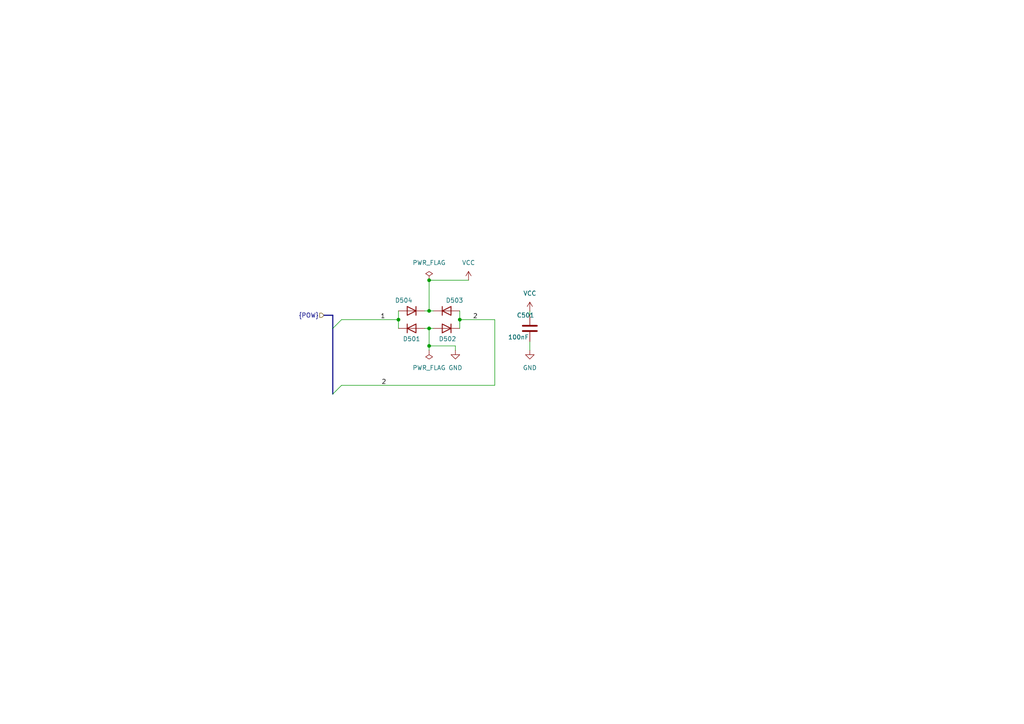
<source format=kicad_sch>
(kicad_sch (version 20231120) (generator "eeschema") (generator_version "8.0")
  (paper "A4")
  (lib_symbols
    (symbol "Device:C" (pin_numbers hide) (pin_names (offset 0.254))
      (property "Reference" "C" (at 0.635 2.54 0))
      (property "Value" "C" (at 0.635 -2.54 0))
      (symbol "C_0_1"
        (polyline (pts (xy -2.032 -0.762) (xy 2.032 -0.762)) (stroke (width 0.508)))
        (polyline (pts (xy -2.032 0.762) (xy 2.032 0.762)) (stroke (width 0.508)))
      )
      (symbol "C_1_1"
        (pin passive line (at 0 3.81 270) (length 2.794) (name "~") (number "1"))
        (pin passive line (at 0 -3.81 90) (length 2.794) (name "~") (number "2"))
      )
    )
    (symbol "custom_kicad_lib_sk:SS54" (pin_numbers hide) (pin_names (offset 1.016) hide)
      (property "Reference" "D" (at 0 2.54 0))
      (property "Value" "D" (at 0 -1.27 0))
      (symbol "SS54_0_1"
        (polyline (pts (xy -1.27 2.54) (xy -1.27 0)) (stroke (width 0.254)))
        (polyline (pts (xy 1.27 1.27) (xy -1.27 1.27)))
        (polyline (pts (xy 1.27 2.54) (xy 1.27 0) (xy -1.27 1.27) (xy 1.27 2.54)) (stroke (width 0.254)))
      )
      (symbol "SS54_1_1"
        (pin passive line (at -3.81 1.27 0) (length 2.54) (name "K") (number "1"))
        (pin passive line (at 3.81 1.27 180) (length 2.54) (name "A") (number "2"))
      )
    )
    (symbol "power:GND" (power) (pin_numbers hide) (pin_names (offset 0) hide)
      (property "Value" "GND" (at 0 -3.81 0))
      (symbol "GND_0_1"
        (polyline (pts (xy 0 0) (xy 0 -1.27) (xy 1.27 -1.27) (xy 0 -2.54) (xy -1.27 -1.27) (xy 0 -1.27)))
      )
      (symbol "GND_1_1"
        (pin power_in line (at 0 0 270) (length 0) (name "~") (number "1"))
      )
    )
    (symbol "power:PWR_FLAG" (power) (pin_numbers hide) (pin_names (offset 0) hide)
      (property "Value" "PWR_FLAG" (at 0 3.81 0))
      (symbol "PWR_FLAG_0_0"
        (pin power_out line (at 0 0 90) (length 0) (name "pwr") (number "1"))
      )
      (symbol "PWR_FLAG_0_1"
        (polyline (pts (xy 0 0) (xy 0 1.27) (xy -1.016 1.905) (xy 0 2.54) (xy 1.016 1.905) (xy 0 1.27)))
      )
    )
    (symbol "power:VCC" (power) (pin_numbers hide) (pin_names (offset 0) hide)
      (property "Value" "VCC" (at 0 3.556 0))
      (symbol "VCC_0_1"
        (polyline (pts (xy -0.762 1.27) (xy 0 2.54)))
        (polyline (pts (xy 0 0) (xy 0 2.54)))
        (polyline (pts (xy 0 2.54) (xy 0.762 1.27)))
      )
      (symbol "VCC_1_1"
        (pin power_in line (at 0 0 90) (length 0) (name "~") (number "1"))
      )
    )
  )
  (bus_alias "Coil" (members "A" "B"))
  (junction (at 124.46 100.33))
  (junction (at 124.46 81.28))
  (junction (at 133.35 92.71))
  (junction (at 115.57 92.71))
  (junction (at 124.46 95.25))
  (junction (at 124.46 90.17))
  (bus_entry (at 96.52 114.3) (size 2.54 -2.54))
  (bus_entry (at 96.52 95.25) (size 2.54 -2.54))
  (wire (pts (xy 123.19 90.17) (xy 124.46 90.17)))
  (wire (pts (xy 133.35 92.71) (xy 143.51 92.71)))
  (wire (pts (xy 124.46 81.28) (xy 135.89 81.28)))
  (wire (pts (xy 124.46 100.33) (xy 132.08 100.33)))
  (wire (pts (xy 133.35 90.17) (xy 133.35 92.71)))
  (wire (pts (xy 153.67 90.17) (xy 153.67 91.44)))
  (wire (pts (xy 124.46 101.6) (xy 124.46 100.33)))
  (wire (pts (xy 99.06 92.71) (xy 115.57 92.71)))
  (bus (pts (xy 96.52 95.25) (xy 96.52 114.3)))
  (wire (pts (xy 124.46 81.28) (xy 124.46 90.17)))
  (wire (pts (xy 124.46 90.17) (xy 125.73 90.17)))
  (wire (pts (xy 115.57 92.71) (xy 115.57 95.25)))
  (wire (pts (xy 143.51 111.76) (xy 143.51 92.71)))
  (wire (pts (xy 124.46 95.25) (xy 125.73 95.25)))
  (bus (pts (xy 93.98 91.44) (xy 96.52 91.44)))
  (bus (pts (xy 96.52 95.25) (xy 96.52 91.44)))
  (wire (pts (xy 124.46 95.25) (xy 124.46 100.33)))
  (wire (pts (xy 132.08 100.33) (xy 132.08 101.6)))
  (wire (pts (xy 123.19 95.25) (xy 124.46 95.25)))
  (wire (pts (xy 153.67 99.06) (xy 153.67 101.6)))
  (wire (pts (xy 133.35 92.71) (xy 133.35 95.25)))
  (wire (pts (xy 115.57 90.17) (xy 115.57 92.71)))
  (wire (pts (xy 99.06 111.76) (xy 143.51 111.76)))
  (label "2" (at 110.6497 111.76 0))
  (label "1" (at 111.76 92.71 180))
  (label "2" (at 137.16 92.71 0))
  (hierarchical_label "{POW}" (shape input) (at 93.98 91.44 180))
  (symbol (lib_id "power:VCC") (at 153.67 90.17 0) (unit 1)
    (property "Reference" "#PWR031" (effects (hide yes)))
    (property "Value" "VCC" (at 153.67 85.09 0))
    (property "Description" "Power symbol creates a global label with name \"VCC\"" (effects (hide yes)))
  )
  (symbol (lib_id "custom_kicad_lib_sk:SS54") (at 129.54 93.98 180) (unit 1)
    (property "Reference" "D502" (at 129.794 98.298 0))
    (property "Value" "D" (effects (hide yes)))
    (property "Footprint" "Diode_SMD:D_SMA" (effects (hide yes)))
    (property "Description" "Diode" (effects (hide yes)))
    (property "Sim.Device" "D" (effects (hide yes)))
    (property "Sim.Pins" "1=K 2=A" (effects (hide yes)))
    (property "JLCPCB Part#" "C22452" (effects (hide yes)))
  )
  (symbol (lib_id "custom_kicad_lib_sk:SS54") (at 119.38 91.44 0) (mirror y) (unit 1)
    (property "Reference" "D504" (at 117.094 87.122 0))
    (property "Value" "D" (effects (hide yes)))
    (property "Footprint" "Diode_SMD:D_SMA" (effects (hide yes)))
    (property "Description" "Diode" (effects (hide yes)))
    (property "Sim.Device" "D" (effects (hide yes)))
    (property "Sim.Pins" "1=K 2=A" (effects (hide yes)))
    (property "JLCPCB Part#" "C22452" (effects (hide yes)))
  )
  (symbol (lib_id "power:PWR_FLAG") (at 124.46 81.28 0) (unit 1)
    (property "Reference" "#FLG01" (effects (hide yes)))
    (property "Value" "PWR_FLAG" (at 124.46 76.2 0))
  )
  (symbol (lib_id "power:VCC") (at 135.89 81.28 0) (unit 1)
    (property "Reference" "#PWR014" (effects (hide yes)))
    (property "Value" "VCC" (at 135.89 76.2 0))
    (property "Description" "Power symbol creates a global label with name \"VCC\"" (effects (hide yes)))
  )
  (symbol (lib_id "power:GND") (at 153.67 101.6 0) (unit 1)
    (property "Reference" "#PWR032" (effects (hide yes)))
    (property "Value" "GND" (at 153.67 106.68 0))
    (property "Description" "Power symbol creates a global label with name \"GND\" , ground" (effects (hide yes)))
  )
  (symbol (lib_id "custom_kicad_lib_sk:SS54") (at 119.38 96.52 0) (unit 1)
    (property "Reference" "D501" (at 119.38 98.298 0))
    (property "Value" "D" (effects (hide yes)))
    (property "Footprint" "Diode_SMD:D_SMA" (effects (hide yes)))
    (property "Description" "Diode" (effects (hide yes)))
    (property "Sim.Device" "D" (effects (hide yes)))
    (property "Sim.Pins" "1=K 2=A" (effects (hide yes)))
    (property "JLCPCB Part#" "C22452" (effects (hide yes)))
  )
  (symbol (lib_id "power:GND") (at 132.08 101.6 0) (unit 1)
    (property "Reference" "#PWR015" (effects (hide yes)))
    (property "Value" "GND" (at 132.08 106.68 0))
    (property "Description" "Power symbol creates a global label with name \"GND\" , ground" (effects (hide yes)))
  )
  (symbol (lib_id "power:PWR_FLAG") (at 124.46 101.6 180) (unit 1)
    (property "Reference" "#FLG02" (effects (hide yes)))
    (property "Value" "PWR_FLAG" (at 124.46 106.68 0))
  )
  (symbol (lib_id "custom_kicad_lib_sk:SS54") (at 129.54 91.44 0) (unit 1)
    (property "Reference" "D503" (at 131.826 87.122 0))
    (property "Value" "D" (effects (hide yes)))
    (property "Footprint" "Diode_SMD:D_SMA" (effects (hide yes)))
    (property "Description" "Diode" (effects (hide yes)))
    (property "Sim.Device" "D" (effects (hide yes)))
    (property "Sim.Pins" "1=K 2=A" (effects (hide yes)))
    (property "JLCPCB Part#" "C22452" (effects (hide yes)))
  )
  (symbol (lib_id "Device:C") (at 153.67 95.25 0) (unit 1)
    (property "Reference" "C501" (at 149.86 91.44 0) (effects (justify left)))
    (property "Value" "100nF" (at 147.32 97.79 0) (effects (justify left)))
    (property "Footprint" "Capacitor_SMD:C_0603_1608Metric_Pad1.08x0.95mm_HandSolder" (effects (hide yes)))
    (property "JLCPCB Part#" "C14663" (effects (hide yes)))
  )
)
</source>
